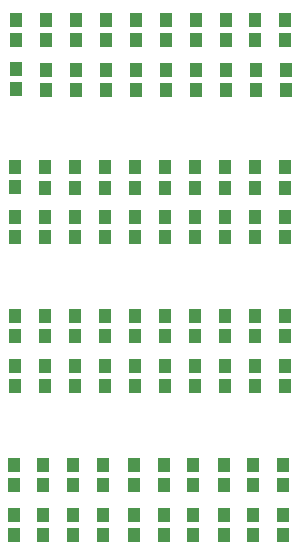
<source format=gtp>
G04 MADE WITH FRITZING*
G04 WWW.FRITZING.ORG*
G04 DOUBLE SIDED*
G04 HOLES PLATED*
G04 CONTOUR ON CENTER OF CONTOUR VECTOR*
%ASAXBY*%
%FSLAX23Y23*%
%MOIN*%
%OFA0B0*%
%SFA1.0B1.0*%
%ADD10R,0.043307X0.047244*%
%LNPASTEMASK1*%
G90*
G70*
G54D10*
X1083Y257D03*
X1083Y190D03*
X1088Y753D03*
X1088Y686D03*
X1088Y1249D03*
X1088Y1182D03*
X1092Y1740D03*
X1092Y1673D03*
X983Y257D03*
X983Y190D03*
X988Y753D03*
X988Y686D03*
X988Y1249D03*
X988Y1182D03*
X992Y1740D03*
X992Y1673D03*
X885Y257D03*
X885Y190D03*
X890Y753D03*
X890Y686D03*
X890Y1249D03*
X890Y1182D03*
X893Y1740D03*
X893Y1673D03*
X783Y257D03*
X783Y190D03*
X788Y753D03*
X788Y686D03*
X788Y1249D03*
X788Y1182D03*
X792Y1740D03*
X792Y1673D03*
X685Y257D03*
X685Y190D03*
X690Y753D03*
X690Y686D03*
X690Y1249D03*
X690Y1182D03*
X693Y1740D03*
X693Y1673D03*
X585Y257D03*
X585Y190D03*
X590Y753D03*
X590Y686D03*
X590Y1249D03*
X590Y1182D03*
X593Y1740D03*
X593Y1673D03*
X483Y257D03*
X483Y190D03*
X488Y753D03*
X488Y686D03*
X488Y1249D03*
X488Y1182D03*
X492Y1740D03*
X492Y1673D03*
X383Y257D03*
X383Y190D03*
X388Y753D03*
X388Y686D03*
X388Y1249D03*
X388Y1182D03*
X392Y1740D03*
X392Y1673D03*
X283Y257D03*
X283Y190D03*
X288Y753D03*
X288Y686D03*
X288Y1249D03*
X288Y1182D03*
X292Y1740D03*
X292Y1673D03*
X184Y257D03*
X184Y190D03*
X190Y753D03*
X190Y686D03*
X190Y1249D03*
X190Y1182D03*
X193Y1741D03*
X193Y1674D03*
X1081Y422D03*
X1081Y355D03*
X1087Y918D03*
X1087Y851D03*
X1087Y1414D03*
X1087Y1347D03*
X1090Y1906D03*
X1090Y1839D03*
X981Y422D03*
X981Y355D03*
X987Y918D03*
X987Y851D03*
X987Y1414D03*
X987Y1347D03*
X990Y1906D03*
X990Y1839D03*
X885Y422D03*
X885Y355D03*
X890Y918D03*
X890Y851D03*
X890Y1414D03*
X890Y1347D03*
X893Y1906D03*
X893Y1839D03*
X783Y422D03*
X783Y355D03*
X788Y918D03*
X788Y851D03*
X788Y1414D03*
X788Y1347D03*
X792Y1906D03*
X792Y1839D03*
X685Y422D03*
X685Y355D03*
X690Y918D03*
X690Y851D03*
X690Y1414D03*
X690Y1347D03*
X693Y1906D03*
X693Y1839D03*
X585Y422D03*
X585Y355D03*
X590Y918D03*
X590Y851D03*
X590Y1414D03*
X590Y1347D03*
X593Y1906D03*
X593Y1839D03*
X483Y422D03*
X483Y355D03*
X488Y918D03*
X488Y851D03*
X488Y1414D03*
X488Y1347D03*
X492Y1906D03*
X492Y1839D03*
X383Y422D03*
X383Y355D03*
X388Y918D03*
X388Y851D03*
X388Y1414D03*
X388Y1347D03*
X392Y1906D03*
X392Y1839D03*
X283Y422D03*
X283Y355D03*
X288Y918D03*
X288Y851D03*
X288Y1414D03*
X288Y1347D03*
X292Y1906D03*
X292Y1839D03*
X184Y423D03*
X184Y356D03*
X189Y919D03*
X189Y852D03*
X189Y1415D03*
X189Y1348D03*
X192Y1906D03*
X192Y1840D03*
G04 End of PasteMask1*
M02*
</source>
